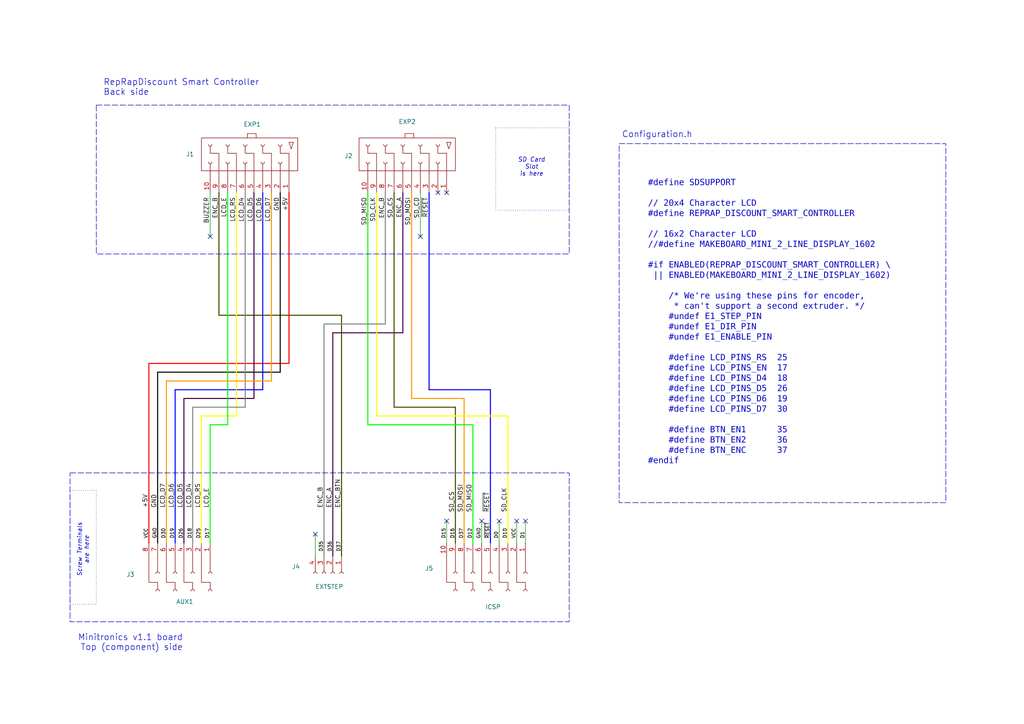
<source format=kicad_sch>
(kicad_sch (version 20231120) (generator "eeschema") (generator_version "8.0")
  (paper "A4")
  (title_block (title "RepRapDiscount to Minitronics v1.1 cabling") (date "2024-06-07") (company "Lubomir Rintel") (comment 1 "Cabling harness wiring"))
  (lib_symbols
    (symbol "Conn_01x04_Socket_2" (pin_names (offset 1.016) hide)
      (property "Reference" "J7" (at -12.7 15.24 0))
      (property "Value" "Conn_02x05" (at -12.192 7.874 0))
      (symbol "Conn_01x04_Socket_2_1_1"
        (arc (start -15.2378 -20.828) (mid -14.732 -20.32) (end -15.2378 -19.812) (stroke (width 0.1524)))
        (arc (start -15.2378 -15.748) (mid -14.732 -15.24) (end -15.2378 -14.732) (stroke (width 0.1524)))
        (arc (start -15.2378 -10.668) (mid -14.732 -10.16) (end -15.2378 -9.652) (stroke (width 0.1524)))
        (arc (start -15.2378 -5.588) (mid -14.732 -5.08) (end -15.2378 -4.572) (stroke (width 0.1524)))
        (arc (start -15.2378 -0.508) (mid -14.732 0) (end -15.2378 0.508) (stroke (width 0.1524)))
        (arc (start -10.1578 -20.828) (mid -9.652 -20.32) (end -10.1578 -19.812) (stroke (width 0.1524)))
        (arc (start -10.1578 -15.748) (mid -9.652 -15.24) (end -10.1578 -14.732) (stroke (width 0.1524)))
        (arc (start -10.1578 -10.668) (mid -9.652 -10.16) (end -10.1578 -9.652) (stroke (width 0.1524)))
        (arc (start -10.1578 -5.588) (mid -9.652 -5.08) (end -10.1578 -4.572) (stroke (width 0.1524)))
        (arc (start -10.1578 -0.508) (mid -9.652 0) (end -10.1578 0.508) (stroke (width 0.1524)))
        (polyline (pts (xy -5.08 -20.32) (xy -9.525 -20.32)))
        (polyline (pts (xy -5.08 -15.24) (xy -9.525 -15.24)))
        (polyline (pts (xy -5.08 -10.16) (xy -9.525 -10.16)))
        (polyline (pts (xy -5.08 -5.08) (xy -9.525 -5.08)))
        (polyline (pts (xy -5.08 0) (xy -9.525 0)))
        (polyline (pts (xy -17.145 -6.985) (xy -18.415 -6.985) (xy -18.415 -9.525) (xy -17.145 -9.525)))
        (polyline (pts (xy -14.605 -20.32) (xy -12.7 -20.32) (xy -12.7 -17.78) (xy -5.08 -17.78)))
        (polyline (pts (xy -14.605 -15.24) (xy -12.7 -15.24) (xy -12.7 -12.7) (xy -5.08 -12.7)))
        (polyline (pts (xy -14.605 -10.16) (xy -12.7 -10.16) (xy -12.7 -7.62) (xy -5.08 -7.62)))
        (polyline (pts (xy -14.605 -5.08) (xy -12.7 -5.08) (xy -12.7 -2.54) (xy -5.08 -2.54)))
        (polyline (pts (xy -14.605 0) (xy -12.7 0) (xy -12.7 2.54) (xy -5.08 2.54)))
        (polyline (pts (xy -15.875 3.81) (xy -15.875 2.54) (xy -15.875 2.54) (xy -13.97 3.175) (xy -15.875 3.81)))
        (polyline (pts (xy -7.62 5.08) (xy -7.62 -22.86) (xy -17.145 -22.86) (xy -17.145 5.08) (xy -7.62 5.08)))
        (pin passive line (at -1.27 2.54 180) (length 3.81) (name "Pin_1") (number "1"))
        (pin passive line (at -1.27 -20.32 180) (length 3.81) (name "Pin_10") (number "10"))
        (pin passive line (at -1.27 0 180) (length 3.81) (name "Pin_2") (number "2"))
        (pin passive line (at -1.27 -2.54 180) (length 3.81) (name "Pin_3") (number "3"))
        (pin passive line (at -1.27 -5.08 180) (length 3.81) (name "Pin_4") (number "4"))
        (pin passive line (at -1.27 -7.62 180) (length 3.81) (name "Pin_5") (number "5"))
        (pin passive line (at -1.27 -10.16 180) (length 3.81) (name "Pin_6") (number "6"))
        (pin passive line (at -1.27 -12.7 180) (length 3.81) (name "Pin_7") (number "7"))
        (pin passive line (at -1.27 -15.24 180) (length 3.81) (name "Pin_8") (number "8"))
        (pin passive line (at -1.27 -17.78 180) (length 3.81) (name "Pin_9") (number "9"))
      )
    )
    (symbol "Conn_01x04_Socket_3" (pin_names (offset 1.016) hide)
      (property "Reference" "J8" (at -25.654 -9.906 90))
      (property "Value" "EXP2" (at -21.844 -9.652 90))
      (symbol "Conn_01x04_Socket_3_1_1"
        (arc (start -15.2378 -18.288) (mid -14.732 -17.78) (end -15.2378 -17.272) (stroke (width 0.1524)))
        (arc (start -15.2378 -13.208) (mid -14.732 -12.7) (end -15.2378 -12.192) (stroke (width 0.1524)))
        (arc (start -15.2378 -8.128) (mid -14.732 -7.62) (end -15.2378 -7.112) (stroke (width 0.1524)))
        (arc (start -15.2378 -3.048) (mid -14.732 -2.54) (end -15.2378 -2.032) (stroke (width 0.1524)))
        (arc (start -15.2378 2.032) (mid -14.732 2.54) (end -15.2378 3.048) (stroke (width 0.1524)))
        (arc (start -10.1578 -18.288) (mid -9.652 -17.78) (end -10.1578 -17.272) (stroke (width 0.1524)))
        (arc (start -10.1578 -13.208) (mid -9.652 -12.7) (end -10.1578 -12.192) (stroke (width 0.1524)))
        (arc (start -10.1578 -8.128) (mid -9.652 -7.62) (end -10.1578 -7.112) (stroke (width 0.1524)))
        (arc (start -10.1578 -3.048) (mid -9.652 -2.54) (end -10.1578 -2.032) (stroke (width 0.1524)))
        (arc (start -10.1578 2.032) (mid -9.652 2.54) (end -10.1578 3.048) (stroke (width 0.1524)))
        (polyline (pts (xy -5.08 -17.78) (xy -9.525 -17.78)))
        (polyline (pts (xy -5.08 -12.7) (xy -9.525 -12.7)))
        (polyline (pts (xy -5.08 -7.62) (xy -9.525 -7.62)))
        (polyline (pts (xy -5.08 -2.54) (xy -9.525 -2.54)))
        (polyline (pts (xy -5.08 2.54) (xy -9.525 2.54)))
        (polyline (pts (xy -14.605 -17.78) (xy -12.7 -17.78) (xy -12.7 -20.32) (xy -5.08 -20.32)))
        (polyline (pts (xy -14.605 -12.7) (xy -12.7 -12.7) (xy -12.7 -15.24) (xy -5.08 -15.24)))
        (polyline (pts (xy -14.605 -7.62) (xy -12.7 -7.62) (xy -12.7 -10.16) (xy -5.08 -10.16)))
        (polyline (pts (xy -14.605 -2.54) (xy -12.7 -2.54) (xy -12.7 -5.08) (xy -5.08 -5.08)))
        (polyline (pts (xy -14.605 2.54) (xy -12.7 2.54) (xy -12.7 0) (xy -5.08 0)))
        (pin passive line (at -1.27 2.54 180) (length 3.81) (name "Pin_1") (number "1"))
        (pin passive line (at -1.27 -20.32 180) (length 3.81) (name "Pin_10") (number "10"))
        (pin passive line (at -1.27 0 180) (length 3.81) (name "Pin_2") (number "2"))
        (pin passive line (at -1.27 -2.54 180) (length 3.81) (name "Pin_3") (number "3"))
        (pin passive line (at -1.27 -5.08 180) (length 3.81) (name "Pin_4") (number "4"))
        (pin passive line (at -1.27 -7.62 180) (length 3.81) (name "Pin_5") (number "5"))
        (pin passive line (at -1.27 -10.16 180) (length 3.81) (name "Pin_6") (number "6"))
        (pin passive line (at -1.27 -12.7 180) (length 3.81) (name "Pin_7") (number "7"))
        (pin passive line (at -1.27 -15.24 180) (length 3.81) (name "Pin_8") (number "8"))
        (pin passive line (at -1.27 -17.78 180) (length 3.81) (name "Pin_9") (number "9"))
      )
    )
    (symbol "Conn_01x04_Socket_4" (pin_names (offset 1.016) hide)
      (property "Reference" "J10" (at -25.654 -9.906 90))
      (property "Value" "ICSP" (at -21.844 -9.652 90))
      (symbol "Conn_01x04_Socket_4_1_1"
        (arc (start -15.2378 -13.208) (mid -14.732 -12.7) (end -15.2378 -12.192) (stroke (width 0.1524)))
        (arc (start -15.2378 -8.128) (mid -14.732 -7.62) (end -15.2378 -7.112) (stroke (width 0.1524)))
        (arc (start -15.2378 -3.048) (mid -14.732 -2.54) (end -15.2378 -2.032) (stroke (width 0.1524)))
        (arc (start -15.2378 2.032) (mid -14.732 2.54) (end -15.2378 3.048) (stroke (width 0.1524)))
        (arc (start -10.1578 -13.208) (mid -9.652 -12.7) (end -10.1578 -12.192) (stroke (width 0.1524)))
        (arc (start -10.1578 -8.128) (mid -9.652 -7.62) (end -10.1578 -7.112) (stroke (width 0.1524)))
        (arc (start -10.1578 -3.048) (mid -9.652 -2.54) (end -10.1578 -2.032) (stroke (width 0.1524)))
        (arc (start -10.1578 2.032) (mid -9.652 2.54) (end -10.1578 3.048) (stroke (width 0.1524)))
        (polyline (pts (xy -5.08 -12.7) (xy -9.525 -12.7)))
        (polyline (pts (xy -5.08 -7.62) (xy -9.525 -7.62)))
        (polyline (pts (xy -5.08 -2.54) (xy -9.525 -2.54)))
        (polyline (pts (xy -5.08 2.54) (xy -9.525 2.54)))
        (polyline (pts (xy -14.605 -12.7) (xy -12.7 -12.7) (xy -12.7 -15.24) (xy -5.08 -15.24)))
        (polyline (pts (xy -14.605 -7.62) (xy -12.7 -7.62) (xy -12.7 -10.16) (xy -5.08 -10.16)))
        (polyline (pts (xy -14.605 -2.54) (xy -12.7 -2.54) (xy -12.7 -5.08) (xy -5.08 -5.08)))
        (polyline (pts (xy -14.605 2.54) (xy -12.7 2.54) (xy -12.7 0) (xy -5.08 0)))
        (pin passive line (at -1.27 2.54 180) (length 3.81) (name "Pin_1") (number "1"))
        (pin passive line (at -1.27 0 180) (length 3.81) (name "Pin_2") (number "2"))
        (pin passive line (at -1.27 -2.54 180) (length 3.81) (name "Pin_3") (number "3"))
        (pin passive line (at -1.27 -5.08 180) (length 3.81) (name "Pin_4") (number "4"))
        (pin passive line (at -1.27 -7.62 180) (length 3.81) (name "Pin_5") (number "5"))
        (pin passive line (at -1.27 -10.16 180) (length 3.81) (name "Pin_6") (number "6"))
        (pin passive line (at -1.27 -12.7 180) (length 3.81) (name "Pin_7") (number "7"))
        (pin passive line (at -1.27 -15.24 180) (length 3.81) (name "Pin_8") (number "8"))
      )
    )
    (symbol "Connector:Conn_01x04_Socket" (pin_names (offset 1.016) hide)
      (property "Reference" "J" (at 0 5.08 0))
      (property "Value" "Conn_01x04_Socket" (at 0 -7.62 0))
      (symbol "Conn_01x04_Socket_1_1"
        (arc (start 0 -4.572) (mid -0.5058 -5.08) (end 0 -5.588) (stroke (width 0.1524)))
        (arc (start 0 -2.032) (mid -0.5058 -2.54) (end 0 -3.048) (stroke (width 0.1524)))
        (polyline (pts (xy -1.27 -5.08) (xy -0.508 -5.08)) (stroke (width 0.1524)))
        (polyline (pts (xy -1.27 -2.54) (xy -0.508 -2.54)) (stroke (width 0.1524)))
        (polyline (pts (xy -1.27 0) (xy -0.508 0)) (stroke (width 0.1524)))
        (polyline (pts (xy -1.27 2.54) (xy -0.508 2.54)) (stroke (width 0.1524)))
        (arc (start 0 0.508) (mid -0.5058 0) (end 0 -0.508) (stroke (width 0.1524)))
        (arc (start 0 3.048) (mid -0.5058 2.54) (end 0 2.032) (stroke (width 0.1524)))
        (pin passive line (at -5.08 2.54 0) (length 3.81) (name "Pin_1") (number "1"))
        (pin passive line (at -5.08 0 0) (length 3.81) (name "Pin_2") (number "2"))
        (pin passive line (at -5.08 -2.54 0) (length 3.81) (name "Pin_3") (number "3"))
        (pin passive line (at -5.08 -5.08 0) (length 3.81) (name "Pin_4") (number "4"))
      )
    )
  )
  (no_connect (at 139.7 151.13))
  (no_connect (at 149.86 151.13))
  (no_connect (at 60.96 68.58))
  (no_connect (at 129.54 55.88))
  (no_connect (at 152.4 151.13))
  (no_connect (at 129.54 151.13))
  (no_connect (at 127 55.88))
  (no_connect (at 91.44 154.94))
  (no_connect (at 121.92 68.58))
  (no_connect (at 144.78 151.13))
  (wire (pts (xy 50.8 113.03) (xy 50.8 157.48)) (stroke (width 0.3048) (color 0 0 255 1)))
  (wire (pts (xy 93.98 93.98) (xy 111.76 93.98)) (stroke (width 0.3048) (color 132 132 132 1)))
  (wire (pts (xy 48.26 110.49) (xy 78.74 110.49)) (stroke (width 0.3048) (color 255 153 0 1)))
  (wire (pts (xy 68.58 55.88) (xy 68.58 120.65)) (stroke (width 0.3048) (color 255 255 0 1)))
  (wire (pts (xy 111.76 55.88) (xy 111.76 93.98)) (stroke (width 0.3048) (color 132 132 132 1)))
  (wire (pts (xy 106.68 55.88) (xy 106.68 123.19)) (stroke (width 0.3048) (color 0 255 0 1)))
  (wire (pts (xy 99.06 91.44) (xy 99.06 161.29)) (stroke (width 0.3048) (color 72 72 0 1)))
  (wire (pts (xy 139.7 151.13) (xy 139.7 157.48)))
  (wire (pts (xy 55.88 118.11) (xy 71.12 118.11)) (stroke (width 0.3048) (color 132 132 132 1)))
  (wire (pts (xy 132.08 118.11) (xy 132.08 157.48)) (stroke (width 0.3048) (color 72 72 0 1)))
  (wire (pts (xy 142.24 113.03) (xy 124.46 113.03)) (stroke (width 0.3048) (color 0 0 255 1)))
  (wire (pts (xy 121.92 55.88) (xy 121.92 68.58)))
  (wire (pts (xy 147.32 120.65) (xy 109.22 120.65)) (stroke (width 0.3048) (color 255 255 0 1)))
  (wire (pts (xy 96.52 96.52) (xy 96.52 161.29)) (stroke (width 0.3048) (color 72 0 72 1)))
  (wire (pts (xy 48.26 110.49) (xy 48.26 157.48)) (stroke (width 0.3048) (color 255 153 0 1)))
  (wire (pts (xy 91.44 154.94) (xy 91.44 161.29)))
  (wire (pts (xy 58.42 120.65) (xy 68.58 120.65)) (stroke (width 0.3048) (color 255 255 0 1)))
  (wire (pts (xy 93.98 93.98) (xy 93.98 161.29)) (stroke (width 0.3048) (color 132 132 132 1)))
  (wire (pts (xy 66.04 55.88) (xy 66.04 123.19)) (stroke (width 0.3048) (color 0 255 0 1)))
  (wire (pts (xy 134.62 115.57) (xy 134.62 157.48)) (stroke (width 0.3048) (color 255 153 0 1)))
  (wire (pts (xy 134.62 115.57) (xy 119.38 115.57)) (stroke (width 0.3048) (color 255 153 0 1)))
  (wire (pts (xy 63.5 55.88) (xy 63.5 91.44)) (stroke (width 0.3048) (color 72 72 0 1)))
  (wire (pts (xy 114.3 55.88) (xy 114.3 118.11)) (stroke (width 0.3048) (color 72 72 0 1)))
  (wire (pts (xy 147.32 120.65) (xy 147.32 157.48)) (stroke (width 0.3048) (color 255 255 0 1)))
  (wire (pts (xy 81.28 55.88) (xy 81.28 107.95)) (stroke (width 0.3048) (color 0 0 0 1)))
  (wire (pts (xy 50.8 113.03) (xy 76.2 113.03)) (stroke (width 0.3048) (color 0 0 255 1)))
  (wire (pts (xy 96.52 96.52) (xy 116.84 96.52)) (stroke (width 0.3048) (color 72 0 72 1)))
  (wire (pts (xy 53.34 115.57) (xy 53.34 157.48)) (stroke (width 0.3048) (color 72 0 72 1)))
  (wire (pts (xy 132.08 118.11) (xy 114.3 118.11)) (stroke (width 0.3048) (color 72 72 0 1)))
  (wire (pts (xy 144.78 151.13) (xy 144.78 157.48)))
  (wire (pts (xy 58.42 120.65) (xy 58.42 157.48)) (stroke (width 0.3048) (color 255 255 0 1)))
  (wire (pts (xy 60.96 55.88) (xy 60.96 68.58)))
  (wire (pts (xy 137.16 123.19) (xy 137.16 157.48)) (stroke (width 0.3048) (color 0 255 0 1)))
  (wire (pts (xy 45.72 107.95) (xy 81.28 107.95)) (stroke (width 0.3048) (color 0 0 0 1)))
  (wire (pts (xy 60.96 123.19) (xy 60.96 157.48)) (stroke (width 0.3048) (color 0 255 0 1)))
  (wire (pts (xy 142.24 113.03) (xy 142.24 157.48)) (stroke (width 0.3048) (color 0 0 255 1)))
  (wire (pts (xy 129.54 151.13) (xy 129.54 157.48)))
  (wire (pts (xy 119.38 55.88) (xy 119.38 115.57)) (stroke (width 0.3048) (color 255 153 0 1)))
  (wire (pts (xy 53.34 115.57) (xy 73.66 115.57)) (stroke (width 0.3048) (color 72 0 72 1)))
  (wire (pts (xy 124.46 55.88) (xy 124.46 113.03)) (stroke (width 0.3048) (color 0 0 255 1)))
  (wire (pts (xy 78.74 55.88) (xy 78.74 110.49)) (stroke (width 0.3048) (color 255 153 0 1)))
  (wire (pts (xy 109.22 55.88) (xy 109.22 120.65)) (stroke (width 0.3048) (color 255 255 0 1)))
  (wire (pts (xy 83.82 55.88) (xy 83.82 105.41)) (stroke (width 0.3048) (color 255 0 0 1)))
  (wire (pts (xy 45.72 107.95) (xy 45.72 157.48)) (stroke (width 0.3048) (color 0 0 0 1)))
  (wire (pts (xy 63.5 91.44) (xy 99.06 91.44)) (stroke (width 0.3048) (color 72 72 0 1)))
  (wire (pts (xy 116.84 55.88) (xy 116.84 96.52)) (stroke (width 0.3048) (color 72 0 72 1)))
  (wire (pts (xy 73.66 55.88) (xy 73.66 115.57)) (stroke (width 0.3048) (color 72 0 72 1)))
  (wire (pts (xy 149.86 151.13) (xy 149.86 157.48)))
  (wire (pts (xy 152.4 151.13) (xy 152.4 157.48)))
  (wire (pts (xy 43.18 105.41) (xy 83.82 105.41)) (stroke (width 0.3048) (color 255 0 0 1)))
  (wire (pts (xy 43.18 105.41) (xy 43.18 157.48)) (stroke (width 0.3048) (color 255 0 0 1)))
  (wire (pts (xy 66.04 123.19) (xy 60.96 123.19)) (stroke (width 0.3048) (color 0 255 0 1)))
  (wire (pts (xy 71.12 55.88) (xy 71.12 118.11)) (stroke (width 0.3048) (color 132 132 132 1)))
  (wire (pts (xy 137.16 123.19) (xy 106.68 123.19)) (stroke (width 0.3048) (color 0 255 0 1)))
  (wire (pts (xy 76.2 55.88) (xy 76.2 113.03)) (stroke (width 0.3048) (color 0 0 255 1)))
  (wire (pts (xy 55.88 118.11) (xy 55.88 157.48)) (stroke (width 0.3048) (color 132 132 132 1)))
  (rectangle (start 20.32 142.24) (end 27.94 175.26) (stroke (width 0) (type dot)))
  (rectangle (start 143.764 37.084) (end 165.1 60.96) (stroke (width 0) (type dot)))
  (rectangle (start 27.94 30.48) (end 165.1 73.66) (stroke (width 0) (type dash)))
  (rectangle (start 179.578 41.656) (end 274.32 145.796) (stroke (width 0) (type dash)))
  (rectangle (start 20.32 137.16) (end 165.1 180.34) (stroke (width 0) (type dash)))
  (text "SD Card\nSlot\nis here" (at 154.178 48.514 0) (effects (font (size 1.27 1.27) (italic yes))))
  (text "Configuration.h" (at 180.34 39.116 0) (effects (font (size 1.778 1.778)) (justify left)))
  (text "#define SDSUPPORT\n\n// 20x4 Character LCD\n#define REPRAP_DISCOUNT_SMART_CONTROLLER\n\n// 16x2 Character LCD\n//#define MAKEBOARD_MINI_2_LINE_DISPLAY_1602\n\n#if ENABLED(REPRAP_DISCOUNT_SMART_CONTROLLER) \\\n || ENABLED(MAKEBOARD_MINI_2_LINE_DISPLAY_1602)\n\n    /* We're using these pins for encoder,\n     * can't support a second extruder. */\n    #undef E1_STEP_PIN\n    #undef E1_DIR_PIN\n    #undef E1_ENABLE_PIN\n\n    #define LCD_PINS_RS  25\n    #define LCD_PINS_EN  17\n    #define LCD_PINS_D4  18\n    #define LCD_PINS_D5  26\n    #define LCD_PINS_D6  19\n    #define LCD_PINS_D7  30\n\n    #define BTN_EN1      35\n    #define BTN_EN2      36\n    #define BTN_ENC      37\n#endif" (at 187.96 93.98 0) (effects (font (size 1.778 1.778)) (justify left)))
  (text "Screw Terminals\nare here" (at 24.13 159.512 90) (effects (font (size 1.27 1.27) (italic yes))))
  (text "Minitronics v1.1 board\nTop (component) side" (at 53.086 186.436 0) (effects (font (size 1.778 1.778)) (justify right)))
  (text "RepRapDiscount Smart Controller\nBack side" (at 29.972 25.4 0) (effects (font (size 1.778 1.778)) (justify left)))
  (label "SD_MISO" (at 137.16 148.59 90))
  (label "D35" (at 93.98 160.02 90) (effects (font (size 1.016 1.016))))
  (label "SD_CD" (at 121.92 57.15 270))
  (label "D16" (at 132.08 156.21 90) (effects (font (size 1.016 1.016))))
  (label "SD_CS" (at 132.08 148.59 90))
  (label "ENC_A" (at 116.84 57.15 270))
  (label "~{RESET}" (at 142.24 156.21 90) (effects (font (size 1.016 1.016))))
  (label "D36" (at 96.52 160.02 90) (effects (font (size 1.016 1.016))))
  (label "D15" (at 129.54 156.21 90) (effects (font (size 1.016 1.016))))
  (label "D0" (at 144.78 156.21 90) (effects (font (size 1.016 1.016))))
  (label "D19" (at 50.8 156.21 90) (effects (font (size 1.016 1.016))))
  (label "VCC" (at 149.86 156.21 90) (effects (font (size 1.016 1.016))))
  (label "~{RESET}" (at 142.24 148.59 90))
  (label "GND" (at 81.28 57.15 270))
  (label "ENC_B" (at 93.98 147.32 90))
  (label "D12" (at 137.16 156.21 90) (effects (font (size 1.016 1.016))))
  (label "D17" (at 60.96 156.21 90) (effects (font (size 1.016 1.016))))
  (label "D10" (at 147.32 156.21 90) (effects (font (size 1.016 1.016))))
  (label "D1" (at 152.4 156.21 90) (effects (font (size 1.016 1.016))))
  (label "LCD_D4" (at 71.12 57.15 270))
  (label "LCD_D6" (at 50.8 147.32 90))
  (label "LCD_E" (at 60.96 147.32 90))
  (label "LCD_D7" (at 78.74 57.15 270))
  (label "LCD_D5" (at 73.66 57.15 270))
  (label "D37" (at 134.62 156.21 90) (effects (font (size 1.016 1.016))))
  (label "D26" (at 53.34 156.21 90) (effects (font (size 1.016 1.016))))
  (label "ENC_BTN" (at 99.06 147.32 90))
  (label "ENC_B" (at 63.5 57.15 270))
  (label "~{RESET}" (at 124.46 57.15 270))
  (label "SD_CS" (at 114.3 57.15 270))
  (label "VCC" (at 43.18 156.21 90) (effects (font (size 1.016 1.016))))
  (label "LCD_E" (at 66.04 57.15 270))
  (label "ENC_A" (at 96.52 147.32 90))
  (label "+5V" (at 43.18 147.32 90))
  (label "LCD_RS" (at 58.42 147.32 90))
  (label "D25" (at 58.42 156.21 90) (effects (font (size 1.016 1.016))))
  (label "+5V" (at 83.82 57.15 270))
  (label "GND" (at 45.72 147.32 90))
  (label "LCD_D5" (at 53.34 147.32 90))
  (label "SD_MOSI" (at 134.62 148.59 90))
  (label "GND" (at 139.7 156.21 90) (effects (font (size 1.016 1.016))))
  (label "GND" (at 45.72 156.21 90) (effects (font (size 1.016 1.016))))
  (label "D18" (at 55.88 156.21 90) (effects (font (size 1.016 1.016))))
  (label "LCD_RS" (at 68.58 57.15 270))
  (label "BUZZER" (at 60.96 57.15 270))
  (label "LCD_D4" (at 55.88 147.32 90))
  (label "SD_MOSI" (at 119.38 57.15 270))
  (label "LCD_D6" (at 76.2 57.15 270))
  (label "LCD_D7" (at 48.26 147.32 90))
  (label "SD_CLK" (at 147.32 148.59 90))
  (label "SD_CLK" (at 109.22 57.15 270))
  (label "D30" (at 48.26 156.21 90) (effects (font (size 1.016 1.016))))
  (label "ENC_B" (at 111.76 57.15 270))
  (label "D37" (at 99.06 160.02 90) (effects (font (size 1.016 1.016))))
  (label "SD_MISO" (at 106.68 57.15 270))
  (symbol (lib_name "Conn_01x04_Socket_2") (lib_id "Connector:Conn_01x04_Socket") (at 127 57.15 270) (unit 1)
    (property "Reference" "J2" (at 101.092 45.212 90))
    (property "Value" "EXP2" (at 118.11 35.306 90))
    (property "Description" "02x05 Connector" (effects (hide yes)))
  )
  (symbol (lib_name "Conn_01x04_Socket_3") (lib_id "Connector:Conn_01x04_Socket") (at 149.86 156.21 270) (mirror x) (unit 1)
    (property "Reference" "J5" (at 124.46 164.846 90))
    (property "Value" "ICSP" (at 143.002 176.022 90))
    (property "Description" "02x05 Connector" (effects (hide yes)))
  )
  (symbol (lib_name "Conn_01x04_Socket_4") (lib_id "Connector:Conn_01x04_Socket") (at 58.42 156.21 270) (mirror x) (unit 1)
    (property "Reference" "J3" (at 37.846 166.624 90))
    (property "Value" "AUX1" (at 53.594 174.498 90))
    (property "Description" "02x05 Connector" (effects (hide yes)))
  )
  (symbol (lib_name "Conn_01x04_Socket_2") (lib_id "Connector:Conn_01x04_Socket") (at 81.28 57.15 270) (unit 1)
    (property "Reference" "J1" (at 55.118 44.704 90))
    (property "Value" "EXP1" (at 73.152 36.068 90))
    (property "Description" "02x05 Connector" (effects (hide yes)))
  )
  (symbol (lib_id "Connector:Conn_01x04_Socket") (at 96.52 166.37 270) (unit 1)
    (property "Reference" "J4" (at 85.852 164.338 90))
    (property "Value" "EXTSTEP" (at 95.504 170.18 90))
    (property "Description" "Generic connector, single row, 01x04, script generated" (effects (hide yes)))
  )
)
</source>
